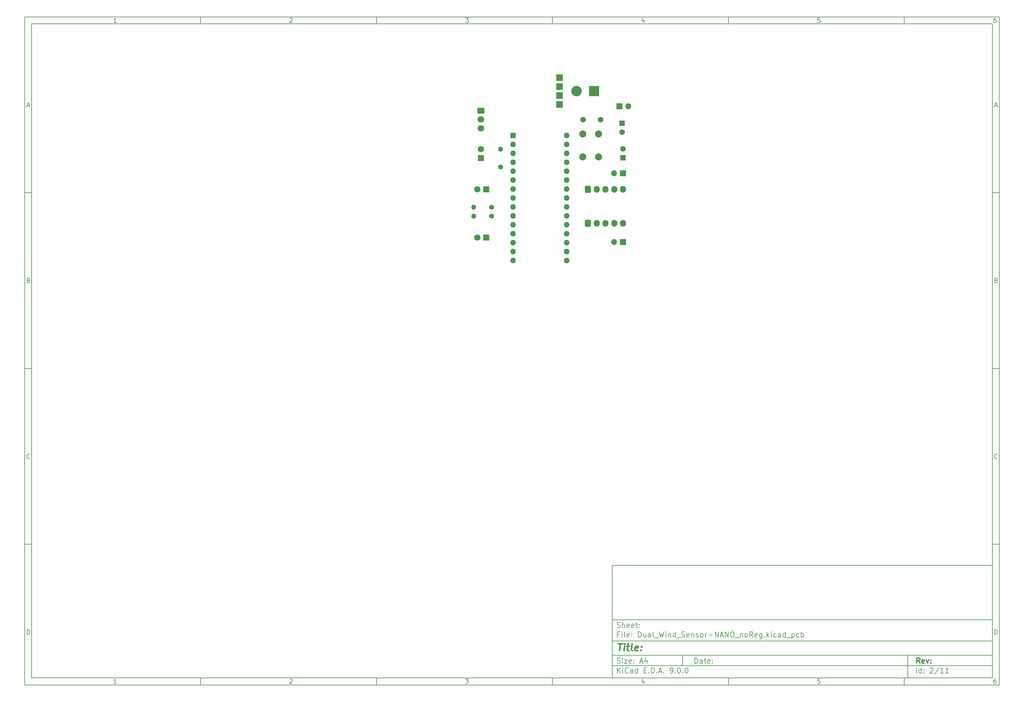
<source format=gbr>
%TF.GenerationSoftware,KiCad,Pcbnew,9.0.0*%
%TF.CreationDate,2025-05-27T12:16:38+03:00*%
%TF.ProjectId,Dual_Wind_Sensor-NANO_noReg,4475616c-5f57-4696-9e64-5f53656e736f,rev?*%
%TF.SameCoordinates,Original*%
%TF.FileFunction,Copper,L2,Inr*%
%TF.FilePolarity,Positive*%
%FSLAX46Y46*%
G04 Gerber Fmt 4.6, Leading zero omitted, Abs format (unit mm)*
G04 Created by KiCad (PCBNEW 9.0.0) date 2025-05-27 12:16:38*
%MOMM*%
%LPD*%
G01*
G04 APERTURE LIST*
G04 Aperture macros list*
%AMRoundRect*
0 Rectangle with rounded corners*
0 $1 Rounding radius*
0 $2 $3 $4 $5 $6 $7 $8 $9 X,Y pos of 4 corners*
0 Add a 4 corners polygon primitive as box body*
4,1,4,$2,$3,$4,$5,$6,$7,$8,$9,$2,$3,0*
0 Add four circle primitives for the rounded corners*
1,1,$1+$1,$2,$3*
1,1,$1+$1,$4,$5*
1,1,$1+$1,$6,$7*
1,1,$1+$1,$8,$9*
0 Add four rect primitives between the rounded corners*
20,1,$1+$1,$2,$3,$4,$5,0*
20,1,$1+$1,$4,$5,$6,$7,0*
20,1,$1+$1,$6,$7,$8,$9,0*
20,1,$1+$1,$8,$9,$2,$3,0*%
G04 Aperture macros list end*
%ADD10C,0.100000*%
%ADD11C,0.150000*%
%ADD12C,0.300000*%
%ADD13C,0.400000*%
%TA.AperFunction,ComponentPad*%
%ADD14R,1.930400X1.930400*%
%TD*%
%TA.AperFunction,ComponentPad*%
%ADD15O,1.700000X1.950000*%
%TD*%
%TA.AperFunction,ComponentPad*%
%ADD16RoundRect,0.250000X-0.600000X-0.725000X0.600000X-0.725000X0.600000X0.725000X-0.600000X0.725000X0*%
%TD*%
%TA.AperFunction,ComponentPad*%
%ADD17O,1.700000X1.700000*%
%TD*%
%TA.AperFunction,ComponentPad*%
%ADD18R,1.700000X1.700000*%
%TD*%
%TA.AperFunction,ComponentPad*%
%ADD19R,3.000000X3.000000*%
%TD*%
%TA.AperFunction,ComponentPad*%
%ADD20C,3.000000*%
%TD*%
%TA.AperFunction,ComponentPad*%
%ADD21C,2.000000*%
%TD*%
%TA.AperFunction,ComponentPad*%
%ADD22O,1.400000X1.400000*%
%TD*%
%TA.AperFunction,ComponentPad*%
%ADD23C,1.400000*%
%TD*%
%TA.AperFunction,ComponentPad*%
%ADD24O,1.600000X1.600000*%
%TD*%
%TA.AperFunction,ComponentPad*%
%ADD25R,1.600000X1.600000*%
%TD*%
%TA.AperFunction,ComponentPad*%
%ADD26R,1.800000X1.800000*%
%TD*%
%TA.AperFunction,ComponentPad*%
%ADD27C,1.800000*%
%TD*%
%TA.AperFunction,ComponentPad*%
%ADD28C,1.600000*%
%TD*%
%TA.AperFunction,ComponentPad*%
%ADD29RoundRect,0.250000X-0.725000X0.600000X-0.725000X-0.600000X0.725000X-0.600000X0.725000X0.600000X0*%
%TD*%
%TA.AperFunction,ComponentPad*%
%ADD30O,1.950000X1.700000*%
%TD*%
G04 APERTURE END LIST*
D10*
D11*
X177002200Y-166007200D02*
X285002200Y-166007200D01*
X285002200Y-198007200D01*
X177002200Y-198007200D01*
X177002200Y-166007200D01*
D10*
D11*
X10000000Y-10000000D02*
X287002200Y-10000000D01*
X287002200Y-200007200D01*
X10000000Y-200007200D01*
X10000000Y-10000000D01*
D10*
D11*
X12000000Y-12000000D02*
X285002200Y-12000000D01*
X285002200Y-198007200D01*
X12000000Y-198007200D01*
X12000000Y-12000000D01*
D10*
D11*
X60000000Y-12000000D02*
X60000000Y-10000000D01*
D10*
D11*
X110000000Y-12000000D02*
X110000000Y-10000000D01*
D10*
D11*
X160000000Y-12000000D02*
X160000000Y-10000000D01*
D10*
D11*
X210000000Y-12000000D02*
X210000000Y-10000000D01*
D10*
D11*
X260000000Y-12000000D02*
X260000000Y-10000000D01*
D10*
D11*
X36089160Y-11593604D02*
X35346303Y-11593604D01*
X35717731Y-11593604D02*
X35717731Y-10293604D01*
X35717731Y-10293604D02*
X35593922Y-10479319D01*
X35593922Y-10479319D02*
X35470112Y-10603128D01*
X35470112Y-10603128D02*
X35346303Y-10665033D01*
D10*
D11*
X85346303Y-10417414D02*
X85408207Y-10355509D01*
X85408207Y-10355509D02*
X85532017Y-10293604D01*
X85532017Y-10293604D02*
X85841541Y-10293604D01*
X85841541Y-10293604D02*
X85965350Y-10355509D01*
X85965350Y-10355509D02*
X86027255Y-10417414D01*
X86027255Y-10417414D02*
X86089160Y-10541223D01*
X86089160Y-10541223D02*
X86089160Y-10665033D01*
X86089160Y-10665033D02*
X86027255Y-10850747D01*
X86027255Y-10850747D02*
X85284398Y-11593604D01*
X85284398Y-11593604D02*
X86089160Y-11593604D01*
D10*
D11*
X135284398Y-10293604D02*
X136089160Y-10293604D01*
X136089160Y-10293604D02*
X135655826Y-10788842D01*
X135655826Y-10788842D02*
X135841541Y-10788842D01*
X135841541Y-10788842D02*
X135965350Y-10850747D01*
X135965350Y-10850747D02*
X136027255Y-10912652D01*
X136027255Y-10912652D02*
X136089160Y-11036461D01*
X136089160Y-11036461D02*
X136089160Y-11345985D01*
X136089160Y-11345985D02*
X136027255Y-11469795D01*
X136027255Y-11469795D02*
X135965350Y-11531700D01*
X135965350Y-11531700D02*
X135841541Y-11593604D01*
X135841541Y-11593604D02*
X135470112Y-11593604D01*
X135470112Y-11593604D02*
X135346303Y-11531700D01*
X135346303Y-11531700D02*
X135284398Y-11469795D01*
D10*
D11*
X185965350Y-10726938D02*
X185965350Y-11593604D01*
X185655826Y-10231700D02*
X185346303Y-11160271D01*
X185346303Y-11160271D02*
X186151064Y-11160271D01*
D10*
D11*
X236027255Y-10293604D02*
X235408207Y-10293604D01*
X235408207Y-10293604D02*
X235346303Y-10912652D01*
X235346303Y-10912652D02*
X235408207Y-10850747D01*
X235408207Y-10850747D02*
X235532017Y-10788842D01*
X235532017Y-10788842D02*
X235841541Y-10788842D01*
X235841541Y-10788842D02*
X235965350Y-10850747D01*
X235965350Y-10850747D02*
X236027255Y-10912652D01*
X236027255Y-10912652D02*
X236089160Y-11036461D01*
X236089160Y-11036461D02*
X236089160Y-11345985D01*
X236089160Y-11345985D02*
X236027255Y-11469795D01*
X236027255Y-11469795D02*
X235965350Y-11531700D01*
X235965350Y-11531700D02*
X235841541Y-11593604D01*
X235841541Y-11593604D02*
X235532017Y-11593604D01*
X235532017Y-11593604D02*
X235408207Y-11531700D01*
X235408207Y-11531700D02*
X235346303Y-11469795D01*
D10*
D11*
X285965350Y-10293604D02*
X285717731Y-10293604D01*
X285717731Y-10293604D02*
X285593922Y-10355509D01*
X285593922Y-10355509D02*
X285532017Y-10417414D01*
X285532017Y-10417414D02*
X285408207Y-10603128D01*
X285408207Y-10603128D02*
X285346303Y-10850747D01*
X285346303Y-10850747D02*
X285346303Y-11345985D01*
X285346303Y-11345985D02*
X285408207Y-11469795D01*
X285408207Y-11469795D02*
X285470112Y-11531700D01*
X285470112Y-11531700D02*
X285593922Y-11593604D01*
X285593922Y-11593604D02*
X285841541Y-11593604D01*
X285841541Y-11593604D02*
X285965350Y-11531700D01*
X285965350Y-11531700D02*
X286027255Y-11469795D01*
X286027255Y-11469795D02*
X286089160Y-11345985D01*
X286089160Y-11345985D02*
X286089160Y-11036461D01*
X286089160Y-11036461D02*
X286027255Y-10912652D01*
X286027255Y-10912652D02*
X285965350Y-10850747D01*
X285965350Y-10850747D02*
X285841541Y-10788842D01*
X285841541Y-10788842D02*
X285593922Y-10788842D01*
X285593922Y-10788842D02*
X285470112Y-10850747D01*
X285470112Y-10850747D02*
X285408207Y-10912652D01*
X285408207Y-10912652D02*
X285346303Y-11036461D01*
D10*
D11*
X60000000Y-198007200D02*
X60000000Y-200007200D01*
D10*
D11*
X110000000Y-198007200D02*
X110000000Y-200007200D01*
D10*
D11*
X160000000Y-198007200D02*
X160000000Y-200007200D01*
D10*
D11*
X210000000Y-198007200D02*
X210000000Y-200007200D01*
D10*
D11*
X260000000Y-198007200D02*
X260000000Y-200007200D01*
D10*
D11*
X36089160Y-199600804D02*
X35346303Y-199600804D01*
X35717731Y-199600804D02*
X35717731Y-198300804D01*
X35717731Y-198300804D02*
X35593922Y-198486519D01*
X35593922Y-198486519D02*
X35470112Y-198610328D01*
X35470112Y-198610328D02*
X35346303Y-198672233D01*
D10*
D11*
X85346303Y-198424614D02*
X85408207Y-198362709D01*
X85408207Y-198362709D02*
X85532017Y-198300804D01*
X85532017Y-198300804D02*
X85841541Y-198300804D01*
X85841541Y-198300804D02*
X85965350Y-198362709D01*
X85965350Y-198362709D02*
X86027255Y-198424614D01*
X86027255Y-198424614D02*
X86089160Y-198548423D01*
X86089160Y-198548423D02*
X86089160Y-198672233D01*
X86089160Y-198672233D02*
X86027255Y-198857947D01*
X86027255Y-198857947D02*
X85284398Y-199600804D01*
X85284398Y-199600804D02*
X86089160Y-199600804D01*
D10*
D11*
X135284398Y-198300804D02*
X136089160Y-198300804D01*
X136089160Y-198300804D02*
X135655826Y-198796042D01*
X135655826Y-198796042D02*
X135841541Y-198796042D01*
X135841541Y-198796042D02*
X135965350Y-198857947D01*
X135965350Y-198857947D02*
X136027255Y-198919852D01*
X136027255Y-198919852D02*
X136089160Y-199043661D01*
X136089160Y-199043661D02*
X136089160Y-199353185D01*
X136089160Y-199353185D02*
X136027255Y-199476995D01*
X136027255Y-199476995D02*
X135965350Y-199538900D01*
X135965350Y-199538900D02*
X135841541Y-199600804D01*
X135841541Y-199600804D02*
X135470112Y-199600804D01*
X135470112Y-199600804D02*
X135346303Y-199538900D01*
X135346303Y-199538900D02*
X135284398Y-199476995D01*
D10*
D11*
X185965350Y-198734138D02*
X185965350Y-199600804D01*
X185655826Y-198238900D02*
X185346303Y-199167471D01*
X185346303Y-199167471D02*
X186151064Y-199167471D01*
D10*
D11*
X236027255Y-198300804D02*
X235408207Y-198300804D01*
X235408207Y-198300804D02*
X235346303Y-198919852D01*
X235346303Y-198919852D02*
X235408207Y-198857947D01*
X235408207Y-198857947D02*
X235532017Y-198796042D01*
X235532017Y-198796042D02*
X235841541Y-198796042D01*
X235841541Y-198796042D02*
X235965350Y-198857947D01*
X235965350Y-198857947D02*
X236027255Y-198919852D01*
X236027255Y-198919852D02*
X236089160Y-199043661D01*
X236089160Y-199043661D02*
X236089160Y-199353185D01*
X236089160Y-199353185D02*
X236027255Y-199476995D01*
X236027255Y-199476995D02*
X235965350Y-199538900D01*
X235965350Y-199538900D02*
X235841541Y-199600804D01*
X235841541Y-199600804D02*
X235532017Y-199600804D01*
X235532017Y-199600804D02*
X235408207Y-199538900D01*
X235408207Y-199538900D02*
X235346303Y-199476995D01*
D10*
D11*
X285965350Y-198300804D02*
X285717731Y-198300804D01*
X285717731Y-198300804D02*
X285593922Y-198362709D01*
X285593922Y-198362709D02*
X285532017Y-198424614D01*
X285532017Y-198424614D02*
X285408207Y-198610328D01*
X285408207Y-198610328D02*
X285346303Y-198857947D01*
X285346303Y-198857947D02*
X285346303Y-199353185D01*
X285346303Y-199353185D02*
X285408207Y-199476995D01*
X285408207Y-199476995D02*
X285470112Y-199538900D01*
X285470112Y-199538900D02*
X285593922Y-199600804D01*
X285593922Y-199600804D02*
X285841541Y-199600804D01*
X285841541Y-199600804D02*
X285965350Y-199538900D01*
X285965350Y-199538900D02*
X286027255Y-199476995D01*
X286027255Y-199476995D02*
X286089160Y-199353185D01*
X286089160Y-199353185D02*
X286089160Y-199043661D01*
X286089160Y-199043661D02*
X286027255Y-198919852D01*
X286027255Y-198919852D02*
X285965350Y-198857947D01*
X285965350Y-198857947D02*
X285841541Y-198796042D01*
X285841541Y-198796042D02*
X285593922Y-198796042D01*
X285593922Y-198796042D02*
X285470112Y-198857947D01*
X285470112Y-198857947D02*
X285408207Y-198919852D01*
X285408207Y-198919852D02*
X285346303Y-199043661D01*
D10*
D11*
X10000000Y-60000000D02*
X12000000Y-60000000D01*
D10*
D11*
X10000000Y-110000000D02*
X12000000Y-110000000D01*
D10*
D11*
X10000000Y-160000000D02*
X12000000Y-160000000D01*
D10*
D11*
X10690476Y-35222176D02*
X11309523Y-35222176D01*
X10566666Y-35593604D02*
X10999999Y-34293604D01*
X10999999Y-34293604D02*
X11433333Y-35593604D01*
D10*
D11*
X11092857Y-84912652D02*
X11278571Y-84974557D01*
X11278571Y-84974557D02*
X11340476Y-85036461D01*
X11340476Y-85036461D02*
X11402380Y-85160271D01*
X11402380Y-85160271D02*
X11402380Y-85345985D01*
X11402380Y-85345985D02*
X11340476Y-85469795D01*
X11340476Y-85469795D02*
X11278571Y-85531700D01*
X11278571Y-85531700D02*
X11154761Y-85593604D01*
X11154761Y-85593604D02*
X10659523Y-85593604D01*
X10659523Y-85593604D02*
X10659523Y-84293604D01*
X10659523Y-84293604D02*
X11092857Y-84293604D01*
X11092857Y-84293604D02*
X11216666Y-84355509D01*
X11216666Y-84355509D02*
X11278571Y-84417414D01*
X11278571Y-84417414D02*
X11340476Y-84541223D01*
X11340476Y-84541223D02*
X11340476Y-84665033D01*
X11340476Y-84665033D02*
X11278571Y-84788842D01*
X11278571Y-84788842D02*
X11216666Y-84850747D01*
X11216666Y-84850747D02*
X11092857Y-84912652D01*
X11092857Y-84912652D02*
X10659523Y-84912652D01*
D10*
D11*
X11402380Y-135469795D02*
X11340476Y-135531700D01*
X11340476Y-135531700D02*
X11154761Y-135593604D01*
X11154761Y-135593604D02*
X11030952Y-135593604D01*
X11030952Y-135593604D02*
X10845238Y-135531700D01*
X10845238Y-135531700D02*
X10721428Y-135407890D01*
X10721428Y-135407890D02*
X10659523Y-135284080D01*
X10659523Y-135284080D02*
X10597619Y-135036461D01*
X10597619Y-135036461D02*
X10597619Y-134850747D01*
X10597619Y-134850747D02*
X10659523Y-134603128D01*
X10659523Y-134603128D02*
X10721428Y-134479319D01*
X10721428Y-134479319D02*
X10845238Y-134355509D01*
X10845238Y-134355509D02*
X11030952Y-134293604D01*
X11030952Y-134293604D02*
X11154761Y-134293604D01*
X11154761Y-134293604D02*
X11340476Y-134355509D01*
X11340476Y-134355509D02*
X11402380Y-134417414D01*
D10*
D11*
X10659523Y-185593604D02*
X10659523Y-184293604D01*
X10659523Y-184293604D02*
X10969047Y-184293604D01*
X10969047Y-184293604D02*
X11154761Y-184355509D01*
X11154761Y-184355509D02*
X11278571Y-184479319D01*
X11278571Y-184479319D02*
X11340476Y-184603128D01*
X11340476Y-184603128D02*
X11402380Y-184850747D01*
X11402380Y-184850747D02*
X11402380Y-185036461D01*
X11402380Y-185036461D02*
X11340476Y-185284080D01*
X11340476Y-185284080D02*
X11278571Y-185407890D01*
X11278571Y-185407890D02*
X11154761Y-185531700D01*
X11154761Y-185531700D02*
X10969047Y-185593604D01*
X10969047Y-185593604D02*
X10659523Y-185593604D01*
D10*
D11*
X287002200Y-60000000D02*
X285002200Y-60000000D01*
D10*
D11*
X287002200Y-110000000D02*
X285002200Y-110000000D01*
D10*
D11*
X287002200Y-160000000D02*
X285002200Y-160000000D01*
D10*
D11*
X285692676Y-35222176D02*
X286311723Y-35222176D01*
X285568866Y-35593604D02*
X286002199Y-34293604D01*
X286002199Y-34293604D02*
X286435533Y-35593604D01*
D10*
D11*
X286095057Y-84912652D02*
X286280771Y-84974557D01*
X286280771Y-84974557D02*
X286342676Y-85036461D01*
X286342676Y-85036461D02*
X286404580Y-85160271D01*
X286404580Y-85160271D02*
X286404580Y-85345985D01*
X286404580Y-85345985D02*
X286342676Y-85469795D01*
X286342676Y-85469795D02*
X286280771Y-85531700D01*
X286280771Y-85531700D02*
X286156961Y-85593604D01*
X286156961Y-85593604D02*
X285661723Y-85593604D01*
X285661723Y-85593604D02*
X285661723Y-84293604D01*
X285661723Y-84293604D02*
X286095057Y-84293604D01*
X286095057Y-84293604D02*
X286218866Y-84355509D01*
X286218866Y-84355509D02*
X286280771Y-84417414D01*
X286280771Y-84417414D02*
X286342676Y-84541223D01*
X286342676Y-84541223D02*
X286342676Y-84665033D01*
X286342676Y-84665033D02*
X286280771Y-84788842D01*
X286280771Y-84788842D02*
X286218866Y-84850747D01*
X286218866Y-84850747D02*
X286095057Y-84912652D01*
X286095057Y-84912652D02*
X285661723Y-84912652D01*
D10*
D11*
X286404580Y-135469795D02*
X286342676Y-135531700D01*
X286342676Y-135531700D02*
X286156961Y-135593604D01*
X286156961Y-135593604D02*
X286033152Y-135593604D01*
X286033152Y-135593604D02*
X285847438Y-135531700D01*
X285847438Y-135531700D02*
X285723628Y-135407890D01*
X285723628Y-135407890D02*
X285661723Y-135284080D01*
X285661723Y-135284080D02*
X285599819Y-135036461D01*
X285599819Y-135036461D02*
X285599819Y-134850747D01*
X285599819Y-134850747D02*
X285661723Y-134603128D01*
X285661723Y-134603128D02*
X285723628Y-134479319D01*
X285723628Y-134479319D02*
X285847438Y-134355509D01*
X285847438Y-134355509D02*
X286033152Y-134293604D01*
X286033152Y-134293604D02*
X286156961Y-134293604D01*
X286156961Y-134293604D02*
X286342676Y-134355509D01*
X286342676Y-134355509D02*
X286404580Y-134417414D01*
D10*
D11*
X285661723Y-185593604D02*
X285661723Y-184293604D01*
X285661723Y-184293604D02*
X285971247Y-184293604D01*
X285971247Y-184293604D02*
X286156961Y-184355509D01*
X286156961Y-184355509D02*
X286280771Y-184479319D01*
X286280771Y-184479319D02*
X286342676Y-184603128D01*
X286342676Y-184603128D02*
X286404580Y-184850747D01*
X286404580Y-184850747D02*
X286404580Y-185036461D01*
X286404580Y-185036461D02*
X286342676Y-185284080D01*
X286342676Y-185284080D02*
X286280771Y-185407890D01*
X286280771Y-185407890D02*
X286156961Y-185531700D01*
X286156961Y-185531700D02*
X285971247Y-185593604D01*
X285971247Y-185593604D02*
X285661723Y-185593604D01*
D10*
D11*
X200458026Y-193793328D02*
X200458026Y-192293328D01*
X200458026Y-192293328D02*
X200815169Y-192293328D01*
X200815169Y-192293328D02*
X201029455Y-192364757D01*
X201029455Y-192364757D02*
X201172312Y-192507614D01*
X201172312Y-192507614D02*
X201243741Y-192650471D01*
X201243741Y-192650471D02*
X201315169Y-192936185D01*
X201315169Y-192936185D02*
X201315169Y-193150471D01*
X201315169Y-193150471D02*
X201243741Y-193436185D01*
X201243741Y-193436185D02*
X201172312Y-193579042D01*
X201172312Y-193579042D02*
X201029455Y-193721900D01*
X201029455Y-193721900D02*
X200815169Y-193793328D01*
X200815169Y-193793328D02*
X200458026Y-193793328D01*
X202600884Y-193793328D02*
X202600884Y-193007614D01*
X202600884Y-193007614D02*
X202529455Y-192864757D01*
X202529455Y-192864757D02*
X202386598Y-192793328D01*
X202386598Y-192793328D02*
X202100884Y-192793328D01*
X202100884Y-192793328D02*
X201958026Y-192864757D01*
X202600884Y-193721900D02*
X202458026Y-193793328D01*
X202458026Y-193793328D02*
X202100884Y-193793328D01*
X202100884Y-193793328D02*
X201958026Y-193721900D01*
X201958026Y-193721900D02*
X201886598Y-193579042D01*
X201886598Y-193579042D02*
X201886598Y-193436185D01*
X201886598Y-193436185D02*
X201958026Y-193293328D01*
X201958026Y-193293328D02*
X202100884Y-193221900D01*
X202100884Y-193221900D02*
X202458026Y-193221900D01*
X202458026Y-193221900D02*
X202600884Y-193150471D01*
X203100884Y-192793328D02*
X203672312Y-192793328D01*
X203315169Y-192293328D02*
X203315169Y-193579042D01*
X203315169Y-193579042D02*
X203386598Y-193721900D01*
X203386598Y-193721900D02*
X203529455Y-193793328D01*
X203529455Y-193793328D02*
X203672312Y-193793328D01*
X204743741Y-193721900D02*
X204600884Y-193793328D01*
X204600884Y-193793328D02*
X204315170Y-193793328D01*
X204315170Y-193793328D02*
X204172312Y-193721900D01*
X204172312Y-193721900D02*
X204100884Y-193579042D01*
X204100884Y-193579042D02*
X204100884Y-193007614D01*
X204100884Y-193007614D02*
X204172312Y-192864757D01*
X204172312Y-192864757D02*
X204315170Y-192793328D01*
X204315170Y-192793328D02*
X204600884Y-192793328D01*
X204600884Y-192793328D02*
X204743741Y-192864757D01*
X204743741Y-192864757D02*
X204815170Y-193007614D01*
X204815170Y-193007614D02*
X204815170Y-193150471D01*
X204815170Y-193150471D02*
X204100884Y-193293328D01*
X205458026Y-193650471D02*
X205529455Y-193721900D01*
X205529455Y-193721900D02*
X205458026Y-193793328D01*
X205458026Y-193793328D02*
X205386598Y-193721900D01*
X205386598Y-193721900D02*
X205458026Y-193650471D01*
X205458026Y-193650471D02*
X205458026Y-193793328D01*
X205458026Y-192864757D02*
X205529455Y-192936185D01*
X205529455Y-192936185D02*
X205458026Y-193007614D01*
X205458026Y-193007614D02*
X205386598Y-192936185D01*
X205386598Y-192936185D02*
X205458026Y-192864757D01*
X205458026Y-192864757D02*
X205458026Y-193007614D01*
D10*
D11*
X177002200Y-194507200D02*
X285002200Y-194507200D01*
D10*
D11*
X178458026Y-196593328D02*
X178458026Y-195093328D01*
X179315169Y-196593328D02*
X178672312Y-195736185D01*
X179315169Y-195093328D02*
X178458026Y-195950471D01*
X179958026Y-196593328D02*
X179958026Y-195593328D01*
X179958026Y-195093328D02*
X179886598Y-195164757D01*
X179886598Y-195164757D02*
X179958026Y-195236185D01*
X179958026Y-195236185D02*
X180029455Y-195164757D01*
X180029455Y-195164757D02*
X179958026Y-195093328D01*
X179958026Y-195093328D02*
X179958026Y-195236185D01*
X181529455Y-196450471D02*
X181458027Y-196521900D01*
X181458027Y-196521900D02*
X181243741Y-196593328D01*
X181243741Y-196593328D02*
X181100884Y-196593328D01*
X181100884Y-196593328D02*
X180886598Y-196521900D01*
X180886598Y-196521900D02*
X180743741Y-196379042D01*
X180743741Y-196379042D02*
X180672312Y-196236185D01*
X180672312Y-196236185D02*
X180600884Y-195950471D01*
X180600884Y-195950471D02*
X180600884Y-195736185D01*
X180600884Y-195736185D02*
X180672312Y-195450471D01*
X180672312Y-195450471D02*
X180743741Y-195307614D01*
X180743741Y-195307614D02*
X180886598Y-195164757D01*
X180886598Y-195164757D02*
X181100884Y-195093328D01*
X181100884Y-195093328D02*
X181243741Y-195093328D01*
X181243741Y-195093328D02*
X181458027Y-195164757D01*
X181458027Y-195164757D02*
X181529455Y-195236185D01*
X182815170Y-196593328D02*
X182815170Y-195807614D01*
X182815170Y-195807614D02*
X182743741Y-195664757D01*
X182743741Y-195664757D02*
X182600884Y-195593328D01*
X182600884Y-195593328D02*
X182315170Y-195593328D01*
X182315170Y-195593328D02*
X182172312Y-195664757D01*
X182815170Y-196521900D02*
X182672312Y-196593328D01*
X182672312Y-196593328D02*
X182315170Y-196593328D01*
X182315170Y-196593328D02*
X182172312Y-196521900D01*
X182172312Y-196521900D02*
X182100884Y-196379042D01*
X182100884Y-196379042D02*
X182100884Y-196236185D01*
X182100884Y-196236185D02*
X182172312Y-196093328D01*
X182172312Y-196093328D02*
X182315170Y-196021900D01*
X182315170Y-196021900D02*
X182672312Y-196021900D01*
X182672312Y-196021900D02*
X182815170Y-195950471D01*
X184172313Y-196593328D02*
X184172313Y-195093328D01*
X184172313Y-196521900D02*
X184029455Y-196593328D01*
X184029455Y-196593328D02*
X183743741Y-196593328D01*
X183743741Y-196593328D02*
X183600884Y-196521900D01*
X183600884Y-196521900D02*
X183529455Y-196450471D01*
X183529455Y-196450471D02*
X183458027Y-196307614D01*
X183458027Y-196307614D02*
X183458027Y-195879042D01*
X183458027Y-195879042D02*
X183529455Y-195736185D01*
X183529455Y-195736185D02*
X183600884Y-195664757D01*
X183600884Y-195664757D02*
X183743741Y-195593328D01*
X183743741Y-195593328D02*
X184029455Y-195593328D01*
X184029455Y-195593328D02*
X184172313Y-195664757D01*
X186029455Y-195807614D02*
X186529455Y-195807614D01*
X186743741Y-196593328D02*
X186029455Y-196593328D01*
X186029455Y-196593328D02*
X186029455Y-195093328D01*
X186029455Y-195093328D02*
X186743741Y-195093328D01*
X187386598Y-196450471D02*
X187458027Y-196521900D01*
X187458027Y-196521900D02*
X187386598Y-196593328D01*
X187386598Y-196593328D02*
X187315170Y-196521900D01*
X187315170Y-196521900D02*
X187386598Y-196450471D01*
X187386598Y-196450471D02*
X187386598Y-196593328D01*
X188100884Y-196593328D02*
X188100884Y-195093328D01*
X188100884Y-195093328D02*
X188458027Y-195093328D01*
X188458027Y-195093328D02*
X188672313Y-195164757D01*
X188672313Y-195164757D02*
X188815170Y-195307614D01*
X188815170Y-195307614D02*
X188886599Y-195450471D01*
X188886599Y-195450471D02*
X188958027Y-195736185D01*
X188958027Y-195736185D02*
X188958027Y-195950471D01*
X188958027Y-195950471D02*
X188886599Y-196236185D01*
X188886599Y-196236185D02*
X188815170Y-196379042D01*
X188815170Y-196379042D02*
X188672313Y-196521900D01*
X188672313Y-196521900D02*
X188458027Y-196593328D01*
X188458027Y-196593328D02*
X188100884Y-196593328D01*
X189600884Y-196450471D02*
X189672313Y-196521900D01*
X189672313Y-196521900D02*
X189600884Y-196593328D01*
X189600884Y-196593328D02*
X189529456Y-196521900D01*
X189529456Y-196521900D02*
X189600884Y-196450471D01*
X189600884Y-196450471D02*
X189600884Y-196593328D01*
X190243742Y-196164757D02*
X190958028Y-196164757D01*
X190100885Y-196593328D02*
X190600885Y-195093328D01*
X190600885Y-195093328D02*
X191100885Y-196593328D01*
X191600884Y-196450471D02*
X191672313Y-196521900D01*
X191672313Y-196521900D02*
X191600884Y-196593328D01*
X191600884Y-196593328D02*
X191529456Y-196521900D01*
X191529456Y-196521900D02*
X191600884Y-196450471D01*
X191600884Y-196450471D02*
X191600884Y-196593328D01*
X193529456Y-196593328D02*
X193815170Y-196593328D01*
X193815170Y-196593328D02*
X193958027Y-196521900D01*
X193958027Y-196521900D02*
X194029456Y-196450471D01*
X194029456Y-196450471D02*
X194172313Y-196236185D01*
X194172313Y-196236185D02*
X194243742Y-195950471D01*
X194243742Y-195950471D02*
X194243742Y-195379042D01*
X194243742Y-195379042D02*
X194172313Y-195236185D01*
X194172313Y-195236185D02*
X194100885Y-195164757D01*
X194100885Y-195164757D02*
X193958027Y-195093328D01*
X193958027Y-195093328D02*
X193672313Y-195093328D01*
X193672313Y-195093328D02*
X193529456Y-195164757D01*
X193529456Y-195164757D02*
X193458027Y-195236185D01*
X193458027Y-195236185D02*
X193386599Y-195379042D01*
X193386599Y-195379042D02*
X193386599Y-195736185D01*
X193386599Y-195736185D02*
X193458027Y-195879042D01*
X193458027Y-195879042D02*
X193529456Y-195950471D01*
X193529456Y-195950471D02*
X193672313Y-196021900D01*
X193672313Y-196021900D02*
X193958027Y-196021900D01*
X193958027Y-196021900D02*
X194100885Y-195950471D01*
X194100885Y-195950471D02*
X194172313Y-195879042D01*
X194172313Y-195879042D02*
X194243742Y-195736185D01*
X194886598Y-196450471D02*
X194958027Y-196521900D01*
X194958027Y-196521900D02*
X194886598Y-196593328D01*
X194886598Y-196593328D02*
X194815170Y-196521900D01*
X194815170Y-196521900D02*
X194886598Y-196450471D01*
X194886598Y-196450471D02*
X194886598Y-196593328D01*
X195886599Y-195093328D02*
X196029456Y-195093328D01*
X196029456Y-195093328D02*
X196172313Y-195164757D01*
X196172313Y-195164757D02*
X196243742Y-195236185D01*
X196243742Y-195236185D02*
X196315170Y-195379042D01*
X196315170Y-195379042D02*
X196386599Y-195664757D01*
X196386599Y-195664757D02*
X196386599Y-196021900D01*
X196386599Y-196021900D02*
X196315170Y-196307614D01*
X196315170Y-196307614D02*
X196243742Y-196450471D01*
X196243742Y-196450471D02*
X196172313Y-196521900D01*
X196172313Y-196521900D02*
X196029456Y-196593328D01*
X196029456Y-196593328D02*
X195886599Y-196593328D01*
X195886599Y-196593328D02*
X195743742Y-196521900D01*
X195743742Y-196521900D02*
X195672313Y-196450471D01*
X195672313Y-196450471D02*
X195600884Y-196307614D01*
X195600884Y-196307614D02*
X195529456Y-196021900D01*
X195529456Y-196021900D02*
X195529456Y-195664757D01*
X195529456Y-195664757D02*
X195600884Y-195379042D01*
X195600884Y-195379042D02*
X195672313Y-195236185D01*
X195672313Y-195236185D02*
X195743742Y-195164757D01*
X195743742Y-195164757D02*
X195886599Y-195093328D01*
X197029455Y-196450471D02*
X197100884Y-196521900D01*
X197100884Y-196521900D02*
X197029455Y-196593328D01*
X197029455Y-196593328D02*
X196958027Y-196521900D01*
X196958027Y-196521900D02*
X197029455Y-196450471D01*
X197029455Y-196450471D02*
X197029455Y-196593328D01*
X198029456Y-195093328D02*
X198172313Y-195093328D01*
X198172313Y-195093328D02*
X198315170Y-195164757D01*
X198315170Y-195164757D02*
X198386599Y-195236185D01*
X198386599Y-195236185D02*
X198458027Y-195379042D01*
X198458027Y-195379042D02*
X198529456Y-195664757D01*
X198529456Y-195664757D02*
X198529456Y-196021900D01*
X198529456Y-196021900D02*
X198458027Y-196307614D01*
X198458027Y-196307614D02*
X198386599Y-196450471D01*
X198386599Y-196450471D02*
X198315170Y-196521900D01*
X198315170Y-196521900D02*
X198172313Y-196593328D01*
X198172313Y-196593328D02*
X198029456Y-196593328D01*
X198029456Y-196593328D02*
X197886599Y-196521900D01*
X197886599Y-196521900D02*
X197815170Y-196450471D01*
X197815170Y-196450471D02*
X197743741Y-196307614D01*
X197743741Y-196307614D02*
X197672313Y-196021900D01*
X197672313Y-196021900D02*
X197672313Y-195664757D01*
X197672313Y-195664757D02*
X197743741Y-195379042D01*
X197743741Y-195379042D02*
X197815170Y-195236185D01*
X197815170Y-195236185D02*
X197886599Y-195164757D01*
X197886599Y-195164757D02*
X198029456Y-195093328D01*
D10*
D11*
X177002200Y-191507200D02*
X285002200Y-191507200D01*
D10*
D12*
X264413853Y-193785528D02*
X263913853Y-193071242D01*
X263556710Y-193785528D02*
X263556710Y-192285528D01*
X263556710Y-192285528D02*
X264128139Y-192285528D01*
X264128139Y-192285528D02*
X264270996Y-192356957D01*
X264270996Y-192356957D02*
X264342425Y-192428385D01*
X264342425Y-192428385D02*
X264413853Y-192571242D01*
X264413853Y-192571242D02*
X264413853Y-192785528D01*
X264413853Y-192785528D02*
X264342425Y-192928385D01*
X264342425Y-192928385D02*
X264270996Y-192999814D01*
X264270996Y-192999814D02*
X264128139Y-193071242D01*
X264128139Y-193071242D02*
X263556710Y-193071242D01*
X265628139Y-193714100D02*
X265485282Y-193785528D01*
X265485282Y-193785528D02*
X265199568Y-193785528D01*
X265199568Y-193785528D02*
X265056710Y-193714100D01*
X265056710Y-193714100D02*
X264985282Y-193571242D01*
X264985282Y-193571242D02*
X264985282Y-192999814D01*
X264985282Y-192999814D02*
X265056710Y-192856957D01*
X265056710Y-192856957D02*
X265199568Y-192785528D01*
X265199568Y-192785528D02*
X265485282Y-192785528D01*
X265485282Y-192785528D02*
X265628139Y-192856957D01*
X265628139Y-192856957D02*
X265699568Y-192999814D01*
X265699568Y-192999814D02*
X265699568Y-193142671D01*
X265699568Y-193142671D02*
X264985282Y-193285528D01*
X266199567Y-192785528D02*
X266556710Y-193785528D01*
X266556710Y-193785528D02*
X266913853Y-192785528D01*
X267485281Y-193642671D02*
X267556710Y-193714100D01*
X267556710Y-193714100D02*
X267485281Y-193785528D01*
X267485281Y-193785528D02*
X267413853Y-193714100D01*
X267413853Y-193714100D02*
X267485281Y-193642671D01*
X267485281Y-193642671D02*
X267485281Y-193785528D01*
X267485281Y-192856957D02*
X267556710Y-192928385D01*
X267556710Y-192928385D02*
X267485281Y-192999814D01*
X267485281Y-192999814D02*
X267413853Y-192928385D01*
X267413853Y-192928385D02*
X267485281Y-192856957D01*
X267485281Y-192856957D02*
X267485281Y-192999814D01*
D10*
D11*
X178386598Y-193721900D02*
X178600884Y-193793328D01*
X178600884Y-193793328D02*
X178958026Y-193793328D01*
X178958026Y-193793328D02*
X179100884Y-193721900D01*
X179100884Y-193721900D02*
X179172312Y-193650471D01*
X179172312Y-193650471D02*
X179243741Y-193507614D01*
X179243741Y-193507614D02*
X179243741Y-193364757D01*
X179243741Y-193364757D02*
X179172312Y-193221900D01*
X179172312Y-193221900D02*
X179100884Y-193150471D01*
X179100884Y-193150471D02*
X178958026Y-193079042D01*
X178958026Y-193079042D02*
X178672312Y-193007614D01*
X178672312Y-193007614D02*
X178529455Y-192936185D01*
X178529455Y-192936185D02*
X178458026Y-192864757D01*
X178458026Y-192864757D02*
X178386598Y-192721900D01*
X178386598Y-192721900D02*
X178386598Y-192579042D01*
X178386598Y-192579042D02*
X178458026Y-192436185D01*
X178458026Y-192436185D02*
X178529455Y-192364757D01*
X178529455Y-192364757D02*
X178672312Y-192293328D01*
X178672312Y-192293328D02*
X179029455Y-192293328D01*
X179029455Y-192293328D02*
X179243741Y-192364757D01*
X179886597Y-193793328D02*
X179886597Y-192793328D01*
X179886597Y-192293328D02*
X179815169Y-192364757D01*
X179815169Y-192364757D02*
X179886597Y-192436185D01*
X179886597Y-192436185D02*
X179958026Y-192364757D01*
X179958026Y-192364757D02*
X179886597Y-192293328D01*
X179886597Y-192293328D02*
X179886597Y-192436185D01*
X180458026Y-192793328D02*
X181243741Y-192793328D01*
X181243741Y-192793328D02*
X180458026Y-193793328D01*
X180458026Y-193793328D02*
X181243741Y-193793328D01*
X182386598Y-193721900D02*
X182243741Y-193793328D01*
X182243741Y-193793328D02*
X181958027Y-193793328D01*
X181958027Y-193793328D02*
X181815169Y-193721900D01*
X181815169Y-193721900D02*
X181743741Y-193579042D01*
X181743741Y-193579042D02*
X181743741Y-193007614D01*
X181743741Y-193007614D02*
X181815169Y-192864757D01*
X181815169Y-192864757D02*
X181958027Y-192793328D01*
X181958027Y-192793328D02*
X182243741Y-192793328D01*
X182243741Y-192793328D02*
X182386598Y-192864757D01*
X182386598Y-192864757D02*
X182458027Y-193007614D01*
X182458027Y-193007614D02*
X182458027Y-193150471D01*
X182458027Y-193150471D02*
X181743741Y-193293328D01*
X183100883Y-193650471D02*
X183172312Y-193721900D01*
X183172312Y-193721900D02*
X183100883Y-193793328D01*
X183100883Y-193793328D02*
X183029455Y-193721900D01*
X183029455Y-193721900D02*
X183100883Y-193650471D01*
X183100883Y-193650471D02*
X183100883Y-193793328D01*
X183100883Y-192864757D02*
X183172312Y-192936185D01*
X183172312Y-192936185D02*
X183100883Y-193007614D01*
X183100883Y-193007614D02*
X183029455Y-192936185D01*
X183029455Y-192936185D02*
X183100883Y-192864757D01*
X183100883Y-192864757D02*
X183100883Y-193007614D01*
X184886598Y-193364757D02*
X185600884Y-193364757D01*
X184743741Y-193793328D02*
X185243741Y-192293328D01*
X185243741Y-192293328D02*
X185743741Y-193793328D01*
X186886598Y-192793328D02*
X186886598Y-193793328D01*
X186529455Y-192221900D02*
X186172312Y-193293328D01*
X186172312Y-193293328D02*
X187100883Y-193293328D01*
D10*
D11*
X263458026Y-196593328D02*
X263458026Y-195093328D01*
X264815170Y-196593328D02*
X264815170Y-195093328D01*
X264815170Y-196521900D02*
X264672312Y-196593328D01*
X264672312Y-196593328D02*
X264386598Y-196593328D01*
X264386598Y-196593328D02*
X264243741Y-196521900D01*
X264243741Y-196521900D02*
X264172312Y-196450471D01*
X264172312Y-196450471D02*
X264100884Y-196307614D01*
X264100884Y-196307614D02*
X264100884Y-195879042D01*
X264100884Y-195879042D02*
X264172312Y-195736185D01*
X264172312Y-195736185D02*
X264243741Y-195664757D01*
X264243741Y-195664757D02*
X264386598Y-195593328D01*
X264386598Y-195593328D02*
X264672312Y-195593328D01*
X264672312Y-195593328D02*
X264815170Y-195664757D01*
X265529455Y-196450471D02*
X265600884Y-196521900D01*
X265600884Y-196521900D02*
X265529455Y-196593328D01*
X265529455Y-196593328D02*
X265458027Y-196521900D01*
X265458027Y-196521900D02*
X265529455Y-196450471D01*
X265529455Y-196450471D02*
X265529455Y-196593328D01*
X265529455Y-195664757D02*
X265600884Y-195736185D01*
X265600884Y-195736185D02*
X265529455Y-195807614D01*
X265529455Y-195807614D02*
X265458027Y-195736185D01*
X265458027Y-195736185D02*
X265529455Y-195664757D01*
X265529455Y-195664757D02*
X265529455Y-195807614D01*
X267315170Y-195236185D02*
X267386598Y-195164757D01*
X267386598Y-195164757D02*
X267529456Y-195093328D01*
X267529456Y-195093328D02*
X267886598Y-195093328D01*
X267886598Y-195093328D02*
X268029456Y-195164757D01*
X268029456Y-195164757D02*
X268100884Y-195236185D01*
X268100884Y-195236185D02*
X268172313Y-195379042D01*
X268172313Y-195379042D02*
X268172313Y-195521900D01*
X268172313Y-195521900D02*
X268100884Y-195736185D01*
X268100884Y-195736185D02*
X267243741Y-196593328D01*
X267243741Y-196593328D02*
X268172313Y-196593328D01*
X269886598Y-195021900D02*
X268600884Y-196950471D01*
X271172313Y-196593328D02*
X270315170Y-196593328D01*
X270743741Y-196593328D02*
X270743741Y-195093328D01*
X270743741Y-195093328D02*
X270600884Y-195307614D01*
X270600884Y-195307614D02*
X270458027Y-195450471D01*
X270458027Y-195450471D02*
X270315170Y-195521900D01*
X272600884Y-196593328D02*
X271743741Y-196593328D01*
X272172312Y-196593328D02*
X272172312Y-195093328D01*
X272172312Y-195093328D02*
X272029455Y-195307614D01*
X272029455Y-195307614D02*
X271886598Y-195450471D01*
X271886598Y-195450471D02*
X271743741Y-195521900D01*
D10*
D11*
X177002200Y-187507200D02*
X285002200Y-187507200D01*
D10*
D13*
X178693928Y-188211638D02*
X179836785Y-188211638D01*
X179015357Y-190211638D02*
X179265357Y-188211638D01*
X180253452Y-190211638D02*
X180420119Y-188878304D01*
X180503452Y-188211638D02*
X180396309Y-188306876D01*
X180396309Y-188306876D02*
X180479643Y-188402114D01*
X180479643Y-188402114D02*
X180586786Y-188306876D01*
X180586786Y-188306876D02*
X180503452Y-188211638D01*
X180503452Y-188211638D02*
X180479643Y-188402114D01*
X181086786Y-188878304D02*
X181848690Y-188878304D01*
X181455833Y-188211638D02*
X181241548Y-189925923D01*
X181241548Y-189925923D02*
X181312976Y-190116400D01*
X181312976Y-190116400D02*
X181491548Y-190211638D01*
X181491548Y-190211638D02*
X181682024Y-190211638D01*
X182634405Y-190211638D02*
X182455833Y-190116400D01*
X182455833Y-190116400D02*
X182384405Y-189925923D01*
X182384405Y-189925923D02*
X182598690Y-188211638D01*
X184170119Y-190116400D02*
X183967738Y-190211638D01*
X183967738Y-190211638D02*
X183586785Y-190211638D01*
X183586785Y-190211638D02*
X183408214Y-190116400D01*
X183408214Y-190116400D02*
X183336785Y-189925923D01*
X183336785Y-189925923D02*
X183432024Y-189164019D01*
X183432024Y-189164019D02*
X183551071Y-188973542D01*
X183551071Y-188973542D02*
X183753452Y-188878304D01*
X183753452Y-188878304D02*
X184134404Y-188878304D01*
X184134404Y-188878304D02*
X184312976Y-188973542D01*
X184312976Y-188973542D02*
X184384404Y-189164019D01*
X184384404Y-189164019D02*
X184360595Y-189354495D01*
X184360595Y-189354495D02*
X183384404Y-189544971D01*
X185134405Y-190021161D02*
X185217738Y-190116400D01*
X185217738Y-190116400D02*
X185110595Y-190211638D01*
X185110595Y-190211638D02*
X185027262Y-190116400D01*
X185027262Y-190116400D02*
X185134405Y-190021161D01*
X185134405Y-190021161D02*
X185110595Y-190211638D01*
X185265357Y-188973542D02*
X185348690Y-189068780D01*
X185348690Y-189068780D02*
X185241548Y-189164019D01*
X185241548Y-189164019D02*
X185158214Y-189068780D01*
X185158214Y-189068780D02*
X185265357Y-188973542D01*
X185265357Y-188973542D02*
X185241548Y-189164019D01*
D10*
D11*
X178958026Y-185607614D02*
X178458026Y-185607614D01*
X178458026Y-186393328D02*
X178458026Y-184893328D01*
X178458026Y-184893328D02*
X179172312Y-184893328D01*
X179743740Y-186393328D02*
X179743740Y-185393328D01*
X179743740Y-184893328D02*
X179672312Y-184964757D01*
X179672312Y-184964757D02*
X179743740Y-185036185D01*
X179743740Y-185036185D02*
X179815169Y-184964757D01*
X179815169Y-184964757D02*
X179743740Y-184893328D01*
X179743740Y-184893328D02*
X179743740Y-185036185D01*
X180672312Y-186393328D02*
X180529455Y-186321900D01*
X180529455Y-186321900D02*
X180458026Y-186179042D01*
X180458026Y-186179042D02*
X180458026Y-184893328D01*
X181815169Y-186321900D02*
X181672312Y-186393328D01*
X181672312Y-186393328D02*
X181386598Y-186393328D01*
X181386598Y-186393328D02*
X181243740Y-186321900D01*
X181243740Y-186321900D02*
X181172312Y-186179042D01*
X181172312Y-186179042D02*
X181172312Y-185607614D01*
X181172312Y-185607614D02*
X181243740Y-185464757D01*
X181243740Y-185464757D02*
X181386598Y-185393328D01*
X181386598Y-185393328D02*
X181672312Y-185393328D01*
X181672312Y-185393328D02*
X181815169Y-185464757D01*
X181815169Y-185464757D02*
X181886598Y-185607614D01*
X181886598Y-185607614D02*
X181886598Y-185750471D01*
X181886598Y-185750471D02*
X181172312Y-185893328D01*
X182529454Y-186250471D02*
X182600883Y-186321900D01*
X182600883Y-186321900D02*
X182529454Y-186393328D01*
X182529454Y-186393328D02*
X182458026Y-186321900D01*
X182458026Y-186321900D02*
X182529454Y-186250471D01*
X182529454Y-186250471D02*
X182529454Y-186393328D01*
X182529454Y-185464757D02*
X182600883Y-185536185D01*
X182600883Y-185536185D02*
X182529454Y-185607614D01*
X182529454Y-185607614D02*
X182458026Y-185536185D01*
X182458026Y-185536185D02*
X182529454Y-185464757D01*
X182529454Y-185464757D02*
X182529454Y-185607614D01*
X184386597Y-186393328D02*
X184386597Y-184893328D01*
X184386597Y-184893328D02*
X184743740Y-184893328D01*
X184743740Y-184893328D02*
X184958026Y-184964757D01*
X184958026Y-184964757D02*
X185100883Y-185107614D01*
X185100883Y-185107614D02*
X185172312Y-185250471D01*
X185172312Y-185250471D02*
X185243740Y-185536185D01*
X185243740Y-185536185D02*
X185243740Y-185750471D01*
X185243740Y-185750471D02*
X185172312Y-186036185D01*
X185172312Y-186036185D02*
X185100883Y-186179042D01*
X185100883Y-186179042D02*
X184958026Y-186321900D01*
X184958026Y-186321900D02*
X184743740Y-186393328D01*
X184743740Y-186393328D02*
X184386597Y-186393328D01*
X186529455Y-185393328D02*
X186529455Y-186393328D01*
X185886597Y-185393328D02*
X185886597Y-186179042D01*
X185886597Y-186179042D02*
X185958026Y-186321900D01*
X185958026Y-186321900D02*
X186100883Y-186393328D01*
X186100883Y-186393328D02*
X186315169Y-186393328D01*
X186315169Y-186393328D02*
X186458026Y-186321900D01*
X186458026Y-186321900D02*
X186529455Y-186250471D01*
X187886598Y-186393328D02*
X187886598Y-185607614D01*
X187886598Y-185607614D02*
X187815169Y-185464757D01*
X187815169Y-185464757D02*
X187672312Y-185393328D01*
X187672312Y-185393328D02*
X187386598Y-185393328D01*
X187386598Y-185393328D02*
X187243740Y-185464757D01*
X187886598Y-186321900D02*
X187743740Y-186393328D01*
X187743740Y-186393328D02*
X187386598Y-186393328D01*
X187386598Y-186393328D02*
X187243740Y-186321900D01*
X187243740Y-186321900D02*
X187172312Y-186179042D01*
X187172312Y-186179042D02*
X187172312Y-186036185D01*
X187172312Y-186036185D02*
X187243740Y-185893328D01*
X187243740Y-185893328D02*
X187386598Y-185821900D01*
X187386598Y-185821900D02*
X187743740Y-185821900D01*
X187743740Y-185821900D02*
X187886598Y-185750471D01*
X188815169Y-186393328D02*
X188672312Y-186321900D01*
X188672312Y-186321900D02*
X188600883Y-186179042D01*
X188600883Y-186179042D02*
X188600883Y-184893328D01*
X189029455Y-186536185D02*
X190172312Y-186536185D01*
X190386597Y-184893328D02*
X190743740Y-186393328D01*
X190743740Y-186393328D02*
X191029454Y-185321900D01*
X191029454Y-185321900D02*
X191315169Y-186393328D01*
X191315169Y-186393328D02*
X191672312Y-184893328D01*
X192243740Y-186393328D02*
X192243740Y-185393328D01*
X192243740Y-184893328D02*
X192172312Y-184964757D01*
X192172312Y-184964757D02*
X192243740Y-185036185D01*
X192243740Y-185036185D02*
X192315169Y-184964757D01*
X192315169Y-184964757D02*
X192243740Y-184893328D01*
X192243740Y-184893328D02*
X192243740Y-185036185D01*
X192958026Y-185393328D02*
X192958026Y-186393328D01*
X192958026Y-185536185D02*
X193029455Y-185464757D01*
X193029455Y-185464757D02*
X193172312Y-185393328D01*
X193172312Y-185393328D02*
X193386598Y-185393328D01*
X193386598Y-185393328D02*
X193529455Y-185464757D01*
X193529455Y-185464757D02*
X193600884Y-185607614D01*
X193600884Y-185607614D02*
X193600884Y-186393328D01*
X194958027Y-186393328D02*
X194958027Y-184893328D01*
X194958027Y-186321900D02*
X194815169Y-186393328D01*
X194815169Y-186393328D02*
X194529455Y-186393328D01*
X194529455Y-186393328D02*
X194386598Y-186321900D01*
X194386598Y-186321900D02*
X194315169Y-186250471D01*
X194315169Y-186250471D02*
X194243741Y-186107614D01*
X194243741Y-186107614D02*
X194243741Y-185679042D01*
X194243741Y-185679042D02*
X194315169Y-185536185D01*
X194315169Y-185536185D02*
X194386598Y-185464757D01*
X194386598Y-185464757D02*
X194529455Y-185393328D01*
X194529455Y-185393328D02*
X194815169Y-185393328D01*
X194815169Y-185393328D02*
X194958027Y-185464757D01*
X195315170Y-186536185D02*
X196458027Y-186536185D01*
X196743741Y-186321900D02*
X196958027Y-186393328D01*
X196958027Y-186393328D02*
X197315169Y-186393328D01*
X197315169Y-186393328D02*
X197458027Y-186321900D01*
X197458027Y-186321900D02*
X197529455Y-186250471D01*
X197529455Y-186250471D02*
X197600884Y-186107614D01*
X197600884Y-186107614D02*
X197600884Y-185964757D01*
X197600884Y-185964757D02*
X197529455Y-185821900D01*
X197529455Y-185821900D02*
X197458027Y-185750471D01*
X197458027Y-185750471D02*
X197315169Y-185679042D01*
X197315169Y-185679042D02*
X197029455Y-185607614D01*
X197029455Y-185607614D02*
X196886598Y-185536185D01*
X196886598Y-185536185D02*
X196815169Y-185464757D01*
X196815169Y-185464757D02*
X196743741Y-185321900D01*
X196743741Y-185321900D02*
X196743741Y-185179042D01*
X196743741Y-185179042D02*
X196815169Y-185036185D01*
X196815169Y-185036185D02*
X196886598Y-184964757D01*
X196886598Y-184964757D02*
X197029455Y-184893328D01*
X197029455Y-184893328D02*
X197386598Y-184893328D01*
X197386598Y-184893328D02*
X197600884Y-184964757D01*
X198815169Y-186321900D02*
X198672312Y-186393328D01*
X198672312Y-186393328D02*
X198386598Y-186393328D01*
X198386598Y-186393328D02*
X198243740Y-186321900D01*
X198243740Y-186321900D02*
X198172312Y-186179042D01*
X198172312Y-186179042D02*
X198172312Y-185607614D01*
X198172312Y-185607614D02*
X198243740Y-185464757D01*
X198243740Y-185464757D02*
X198386598Y-185393328D01*
X198386598Y-185393328D02*
X198672312Y-185393328D01*
X198672312Y-185393328D02*
X198815169Y-185464757D01*
X198815169Y-185464757D02*
X198886598Y-185607614D01*
X198886598Y-185607614D02*
X198886598Y-185750471D01*
X198886598Y-185750471D02*
X198172312Y-185893328D01*
X199529454Y-185393328D02*
X199529454Y-186393328D01*
X199529454Y-185536185D02*
X199600883Y-185464757D01*
X199600883Y-185464757D02*
X199743740Y-185393328D01*
X199743740Y-185393328D02*
X199958026Y-185393328D01*
X199958026Y-185393328D02*
X200100883Y-185464757D01*
X200100883Y-185464757D02*
X200172312Y-185607614D01*
X200172312Y-185607614D02*
X200172312Y-186393328D01*
X200815169Y-186321900D02*
X200958026Y-186393328D01*
X200958026Y-186393328D02*
X201243740Y-186393328D01*
X201243740Y-186393328D02*
X201386597Y-186321900D01*
X201386597Y-186321900D02*
X201458026Y-186179042D01*
X201458026Y-186179042D02*
X201458026Y-186107614D01*
X201458026Y-186107614D02*
X201386597Y-185964757D01*
X201386597Y-185964757D02*
X201243740Y-185893328D01*
X201243740Y-185893328D02*
X201029455Y-185893328D01*
X201029455Y-185893328D02*
X200886597Y-185821900D01*
X200886597Y-185821900D02*
X200815169Y-185679042D01*
X200815169Y-185679042D02*
X200815169Y-185607614D01*
X200815169Y-185607614D02*
X200886597Y-185464757D01*
X200886597Y-185464757D02*
X201029455Y-185393328D01*
X201029455Y-185393328D02*
X201243740Y-185393328D01*
X201243740Y-185393328D02*
X201386597Y-185464757D01*
X202315169Y-186393328D02*
X202172312Y-186321900D01*
X202172312Y-186321900D02*
X202100883Y-186250471D01*
X202100883Y-186250471D02*
X202029455Y-186107614D01*
X202029455Y-186107614D02*
X202029455Y-185679042D01*
X202029455Y-185679042D02*
X202100883Y-185536185D01*
X202100883Y-185536185D02*
X202172312Y-185464757D01*
X202172312Y-185464757D02*
X202315169Y-185393328D01*
X202315169Y-185393328D02*
X202529455Y-185393328D01*
X202529455Y-185393328D02*
X202672312Y-185464757D01*
X202672312Y-185464757D02*
X202743741Y-185536185D01*
X202743741Y-185536185D02*
X202815169Y-185679042D01*
X202815169Y-185679042D02*
X202815169Y-186107614D01*
X202815169Y-186107614D02*
X202743741Y-186250471D01*
X202743741Y-186250471D02*
X202672312Y-186321900D01*
X202672312Y-186321900D02*
X202529455Y-186393328D01*
X202529455Y-186393328D02*
X202315169Y-186393328D01*
X203458026Y-186393328D02*
X203458026Y-185393328D01*
X203458026Y-185679042D02*
X203529455Y-185536185D01*
X203529455Y-185536185D02*
X203600884Y-185464757D01*
X203600884Y-185464757D02*
X203743741Y-185393328D01*
X203743741Y-185393328D02*
X203886598Y-185393328D01*
X204386597Y-185821900D02*
X205529455Y-185821900D01*
X206243740Y-186393328D02*
X206243740Y-184893328D01*
X206243740Y-184893328D02*
X207100883Y-186393328D01*
X207100883Y-186393328D02*
X207100883Y-184893328D01*
X207743741Y-185964757D02*
X208458027Y-185964757D01*
X207600884Y-186393328D02*
X208100884Y-184893328D01*
X208100884Y-184893328D02*
X208600884Y-186393328D01*
X209100883Y-186393328D02*
X209100883Y-184893328D01*
X209100883Y-184893328D02*
X209958026Y-186393328D01*
X209958026Y-186393328D02*
X209958026Y-184893328D01*
X210958027Y-184893328D02*
X211243741Y-184893328D01*
X211243741Y-184893328D02*
X211386598Y-184964757D01*
X211386598Y-184964757D02*
X211529455Y-185107614D01*
X211529455Y-185107614D02*
X211600884Y-185393328D01*
X211600884Y-185393328D02*
X211600884Y-185893328D01*
X211600884Y-185893328D02*
X211529455Y-186179042D01*
X211529455Y-186179042D02*
X211386598Y-186321900D01*
X211386598Y-186321900D02*
X211243741Y-186393328D01*
X211243741Y-186393328D02*
X210958027Y-186393328D01*
X210958027Y-186393328D02*
X210815170Y-186321900D01*
X210815170Y-186321900D02*
X210672312Y-186179042D01*
X210672312Y-186179042D02*
X210600884Y-185893328D01*
X210600884Y-185893328D02*
X210600884Y-185393328D01*
X210600884Y-185393328D02*
X210672312Y-185107614D01*
X210672312Y-185107614D02*
X210815170Y-184964757D01*
X210815170Y-184964757D02*
X210958027Y-184893328D01*
X211886599Y-186536185D02*
X213029456Y-186536185D01*
X213386598Y-185393328D02*
X213386598Y-186393328D01*
X213386598Y-185536185D02*
X213458027Y-185464757D01*
X213458027Y-185464757D02*
X213600884Y-185393328D01*
X213600884Y-185393328D02*
X213815170Y-185393328D01*
X213815170Y-185393328D02*
X213958027Y-185464757D01*
X213958027Y-185464757D02*
X214029456Y-185607614D01*
X214029456Y-185607614D02*
X214029456Y-186393328D01*
X214958027Y-186393328D02*
X214815170Y-186321900D01*
X214815170Y-186321900D02*
X214743741Y-186250471D01*
X214743741Y-186250471D02*
X214672313Y-186107614D01*
X214672313Y-186107614D02*
X214672313Y-185679042D01*
X214672313Y-185679042D02*
X214743741Y-185536185D01*
X214743741Y-185536185D02*
X214815170Y-185464757D01*
X214815170Y-185464757D02*
X214958027Y-185393328D01*
X214958027Y-185393328D02*
X215172313Y-185393328D01*
X215172313Y-185393328D02*
X215315170Y-185464757D01*
X215315170Y-185464757D02*
X215386599Y-185536185D01*
X215386599Y-185536185D02*
X215458027Y-185679042D01*
X215458027Y-185679042D02*
X215458027Y-186107614D01*
X215458027Y-186107614D02*
X215386599Y-186250471D01*
X215386599Y-186250471D02*
X215315170Y-186321900D01*
X215315170Y-186321900D02*
X215172313Y-186393328D01*
X215172313Y-186393328D02*
X214958027Y-186393328D01*
X216958027Y-186393328D02*
X216458027Y-185679042D01*
X216100884Y-186393328D02*
X216100884Y-184893328D01*
X216100884Y-184893328D02*
X216672313Y-184893328D01*
X216672313Y-184893328D02*
X216815170Y-184964757D01*
X216815170Y-184964757D02*
X216886599Y-185036185D01*
X216886599Y-185036185D02*
X216958027Y-185179042D01*
X216958027Y-185179042D02*
X216958027Y-185393328D01*
X216958027Y-185393328D02*
X216886599Y-185536185D01*
X216886599Y-185536185D02*
X216815170Y-185607614D01*
X216815170Y-185607614D02*
X216672313Y-185679042D01*
X216672313Y-185679042D02*
X216100884Y-185679042D01*
X218172313Y-186321900D02*
X218029456Y-186393328D01*
X218029456Y-186393328D02*
X217743742Y-186393328D01*
X217743742Y-186393328D02*
X217600884Y-186321900D01*
X217600884Y-186321900D02*
X217529456Y-186179042D01*
X217529456Y-186179042D02*
X217529456Y-185607614D01*
X217529456Y-185607614D02*
X217600884Y-185464757D01*
X217600884Y-185464757D02*
X217743742Y-185393328D01*
X217743742Y-185393328D02*
X218029456Y-185393328D01*
X218029456Y-185393328D02*
X218172313Y-185464757D01*
X218172313Y-185464757D02*
X218243742Y-185607614D01*
X218243742Y-185607614D02*
X218243742Y-185750471D01*
X218243742Y-185750471D02*
X217529456Y-185893328D01*
X219529456Y-185393328D02*
X219529456Y-186607614D01*
X219529456Y-186607614D02*
X219458027Y-186750471D01*
X219458027Y-186750471D02*
X219386598Y-186821900D01*
X219386598Y-186821900D02*
X219243741Y-186893328D01*
X219243741Y-186893328D02*
X219029456Y-186893328D01*
X219029456Y-186893328D02*
X218886598Y-186821900D01*
X219529456Y-186321900D02*
X219386598Y-186393328D01*
X219386598Y-186393328D02*
X219100884Y-186393328D01*
X219100884Y-186393328D02*
X218958027Y-186321900D01*
X218958027Y-186321900D02*
X218886598Y-186250471D01*
X218886598Y-186250471D02*
X218815170Y-186107614D01*
X218815170Y-186107614D02*
X218815170Y-185679042D01*
X218815170Y-185679042D02*
X218886598Y-185536185D01*
X218886598Y-185536185D02*
X218958027Y-185464757D01*
X218958027Y-185464757D02*
X219100884Y-185393328D01*
X219100884Y-185393328D02*
X219386598Y-185393328D01*
X219386598Y-185393328D02*
X219529456Y-185464757D01*
X220243741Y-186250471D02*
X220315170Y-186321900D01*
X220315170Y-186321900D02*
X220243741Y-186393328D01*
X220243741Y-186393328D02*
X220172313Y-186321900D01*
X220172313Y-186321900D02*
X220243741Y-186250471D01*
X220243741Y-186250471D02*
X220243741Y-186393328D01*
X220958027Y-186393328D02*
X220958027Y-184893328D01*
X221100885Y-185821900D02*
X221529456Y-186393328D01*
X221529456Y-185393328D02*
X220958027Y-185964757D01*
X222172313Y-186393328D02*
X222172313Y-185393328D01*
X222172313Y-184893328D02*
X222100885Y-184964757D01*
X222100885Y-184964757D02*
X222172313Y-185036185D01*
X222172313Y-185036185D02*
X222243742Y-184964757D01*
X222243742Y-184964757D02*
X222172313Y-184893328D01*
X222172313Y-184893328D02*
X222172313Y-185036185D01*
X223529457Y-186321900D02*
X223386599Y-186393328D01*
X223386599Y-186393328D02*
X223100885Y-186393328D01*
X223100885Y-186393328D02*
X222958028Y-186321900D01*
X222958028Y-186321900D02*
X222886599Y-186250471D01*
X222886599Y-186250471D02*
X222815171Y-186107614D01*
X222815171Y-186107614D02*
X222815171Y-185679042D01*
X222815171Y-185679042D02*
X222886599Y-185536185D01*
X222886599Y-185536185D02*
X222958028Y-185464757D01*
X222958028Y-185464757D02*
X223100885Y-185393328D01*
X223100885Y-185393328D02*
X223386599Y-185393328D01*
X223386599Y-185393328D02*
X223529457Y-185464757D01*
X224815171Y-186393328D02*
X224815171Y-185607614D01*
X224815171Y-185607614D02*
X224743742Y-185464757D01*
X224743742Y-185464757D02*
X224600885Y-185393328D01*
X224600885Y-185393328D02*
X224315171Y-185393328D01*
X224315171Y-185393328D02*
X224172313Y-185464757D01*
X224815171Y-186321900D02*
X224672313Y-186393328D01*
X224672313Y-186393328D02*
X224315171Y-186393328D01*
X224315171Y-186393328D02*
X224172313Y-186321900D01*
X224172313Y-186321900D02*
X224100885Y-186179042D01*
X224100885Y-186179042D02*
X224100885Y-186036185D01*
X224100885Y-186036185D02*
X224172313Y-185893328D01*
X224172313Y-185893328D02*
X224315171Y-185821900D01*
X224315171Y-185821900D02*
X224672313Y-185821900D01*
X224672313Y-185821900D02*
X224815171Y-185750471D01*
X226172314Y-186393328D02*
X226172314Y-184893328D01*
X226172314Y-186321900D02*
X226029456Y-186393328D01*
X226029456Y-186393328D02*
X225743742Y-186393328D01*
X225743742Y-186393328D02*
X225600885Y-186321900D01*
X225600885Y-186321900D02*
X225529456Y-186250471D01*
X225529456Y-186250471D02*
X225458028Y-186107614D01*
X225458028Y-186107614D02*
X225458028Y-185679042D01*
X225458028Y-185679042D02*
X225529456Y-185536185D01*
X225529456Y-185536185D02*
X225600885Y-185464757D01*
X225600885Y-185464757D02*
X225743742Y-185393328D01*
X225743742Y-185393328D02*
X226029456Y-185393328D01*
X226029456Y-185393328D02*
X226172314Y-185464757D01*
X226529457Y-186536185D02*
X227672314Y-186536185D01*
X228029456Y-185393328D02*
X228029456Y-186893328D01*
X228029456Y-185464757D02*
X228172314Y-185393328D01*
X228172314Y-185393328D02*
X228458028Y-185393328D01*
X228458028Y-185393328D02*
X228600885Y-185464757D01*
X228600885Y-185464757D02*
X228672314Y-185536185D01*
X228672314Y-185536185D02*
X228743742Y-185679042D01*
X228743742Y-185679042D02*
X228743742Y-186107614D01*
X228743742Y-186107614D02*
X228672314Y-186250471D01*
X228672314Y-186250471D02*
X228600885Y-186321900D01*
X228600885Y-186321900D02*
X228458028Y-186393328D01*
X228458028Y-186393328D02*
X228172314Y-186393328D01*
X228172314Y-186393328D02*
X228029456Y-186321900D01*
X230029457Y-186321900D02*
X229886599Y-186393328D01*
X229886599Y-186393328D02*
X229600885Y-186393328D01*
X229600885Y-186393328D02*
X229458028Y-186321900D01*
X229458028Y-186321900D02*
X229386599Y-186250471D01*
X229386599Y-186250471D02*
X229315171Y-186107614D01*
X229315171Y-186107614D02*
X229315171Y-185679042D01*
X229315171Y-185679042D02*
X229386599Y-185536185D01*
X229386599Y-185536185D02*
X229458028Y-185464757D01*
X229458028Y-185464757D02*
X229600885Y-185393328D01*
X229600885Y-185393328D02*
X229886599Y-185393328D01*
X229886599Y-185393328D02*
X230029457Y-185464757D01*
X230672313Y-186393328D02*
X230672313Y-184893328D01*
X230672313Y-185464757D02*
X230815171Y-185393328D01*
X230815171Y-185393328D02*
X231100885Y-185393328D01*
X231100885Y-185393328D02*
X231243742Y-185464757D01*
X231243742Y-185464757D02*
X231315171Y-185536185D01*
X231315171Y-185536185D02*
X231386599Y-185679042D01*
X231386599Y-185679042D02*
X231386599Y-186107614D01*
X231386599Y-186107614D02*
X231315171Y-186250471D01*
X231315171Y-186250471D02*
X231243742Y-186321900D01*
X231243742Y-186321900D02*
X231100885Y-186393328D01*
X231100885Y-186393328D02*
X230815171Y-186393328D01*
X230815171Y-186393328D02*
X230672313Y-186321900D01*
D10*
D11*
X177002200Y-181507200D02*
X285002200Y-181507200D01*
D10*
D11*
X178386598Y-183621900D02*
X178600884Y-183693328D01*
X178600884Y-183693328D02*
X178958026Y-183693328D01*
X178958026Y-183693328D02*
X179100884Y-183621900D01*
X179100884Y-183621900D02*
X179172312Y-183550471D01*
X179172312Y-183550471D02*
X179243741Y-183407614D01*
X179243741Y-183407614D02*
X179243741Y-183264757D01*
X179243741Y-183264757D02*
X179172312Y-183121900D01*
X179172312Y-183121900D02*
X179100884Y-183050471D01*
X179100884Y-183050471D02*
X178958026Y-182979042D01*
X178958026Y-182979042D02*
X178672312Y-182907614D01*
X178672312Y-182907614D02*
X178529455Y-182836185D01*
X178529455Y-182836185D02*
X178458026Y-182764757D01*
X178458026Y-182764757D02*
X178386598Y-182621900D01*
X178386598Y-182621900D02*
X178386598Y-182479042D01*
X178386598Y-182479042D02*
X178458026Y-182336185D01*
X178458026Y-182336185D02*
X178529455Y-182264757D01*
X178529455Y-182264757D02*
X178672312Y-182193328D01*
X178672312Y-182193328D02*
X179029455Y-182193328D01*
X179029455Y-182193328D02*
X179243741Y-182264757D01*
X179886597Y-183693328D02*
X179886597Y-182193328D01*
X180529455Y-183693328D02*
X180529455Y-182907614D01*
X180529455Y-182907614D02*
X180458026Y-182764757D01*
X180458026Y-182764757D02*
X180315169Y-182693328D01*
X180315169Y-182693328D02*
X180100883Y-182693328D01*
X180100883Y-182693328D02*
X179958026Y-182764757D01*
X179958026Y-182764757D02*
X179886597Y-182836185D01*
X181815169Y-183621900D02*
X181672312Y-183693328D01*
X181672312Y-183693328D02*
X181386598Y-183693328D01*
X181386598Y-183693328D02*
X181243740Y-183621900D01*
X181243740Y-183621900D02*
X181172312Y-183479042D01*
X181172312Y-183479042D02*
X181172312Y-182907614D01*
X181172312Y-182907614D02*
X181243740Y-182764757D01*
X181243740Y-182764757D02*
X181386598Y-182693328D01*
X181386598Y-182693328D02*
X181672312Y-182693328D01*
X181672312Y-182693328D02*
X181815169Y-182764757D01*
X181815169Y-182764757D02*
X181886598Y-182907614D01*
X181886598Y-182907614D02*
X181886598Y-183050471D01*
X181886598Y-183050471D02*
X181172312Y-183193328D01*
X183100883Y-183621900D02*
X182958026Y-183693328D01*
X182958026Y-183693328D02*
X182672312Y-183693328D01*
X182672312Y-183693328D02*
X182529454Y-183621900D01*
X182529454Y-183621900D02*
X182458026Y-183479042D01*
X182458026Y-183479042D02*
X182458026Y-182907614D01*
X182458026Y-182907614D02*
X182529454Y-182764757D01*
X182529454Y-182764757D02*
X182672312Y-182693328D01*
X182672312Y-182693328D02*
X182958026Y-182693328D01*
X182958026Y-182693328D02*
X183100883Y-182764757D01*
X183100883Y-182764757D02*
X183172312Y-182907614D01*
X183172312Y-182907614D02*
X183172312Y-183050471D01*
X183172312Y-183050471D02*
X182458026Y-183193328D01*
X183600883Y-182693328D02*
X184172311Y-182693328D01*
X183815168Y-182193328D02*
X183815168Y-183479042D01*
X183815168Y-183479042D02*
X183886597Y-183621900D01*
X183886597Y-183621900D02*
X184029454Y-183693328D01*
X184029454Y-183693328D02*
X184172311Y-183693328D01*
X184672311Y-183550471D02*
X184743740Y-183621900D01*
X184743740Y-183621900D02*
X184672311Y-183693328D01*
X184672311Y-183693328D02*
X184600883Y-183621900D01*
X184600883Y-183621900D02*
X184672311Y-183550471D01*
X184672311Y-183550471D02*
X184672311Y-183693328D01*
X184672311Y-182764757D02*
X184743740Y-182836185D01*
X184743740Y-182836185D02*
X184672311Y-182907614D01*
X184672311Y-182907614D02*
X184600883Y-182836185D01*
X184600883Y-182836185D02*
X184672311Y-182764757D01*
X184672311Y-182764757D02*
X184672311Y-182907614D01*
D10*
D11*
X197002200Y-191507200D02*
X197002200Y-194507200D01*
D10*
D11*
X261002200Y-191507200D02*
X261002200Y-198007200D01*
D14*
%TO.N,unconnected-(U2-PadEN)*%
%TO.C,U2*%
X162026600Y-34899600D03*
%TO.N,Net-(JP1-A)*%
X162026600Y-32359600D03*
%TO.N,GND*%
X162026600Y-29819600D03*
%TO.N,+5V*%
X162026600Y-27279600D03*
%TD*%
D15*
%TO.N,GND*%
%TO.C,J2*%
X180065600Y-68681600D03*
%TO.N,Net-(J2-Pin_4)*%
X177565600Y-68681600D03*
%TO.N,unconnected-(J2-Pin_3-Pad3)*%
X175065600Y-68681600D03*
%TO.N,Net-(A1-A0)*%
X172565600Y-68681600D03*
D16*
%TO.N,Net-(A1-A1)*%
X170065600Y-68681600D03*
%TD*%
D15*
%TO.N,GND*%
%TO.C,J3*%
X180065600Y-59029600D03*
%TO.N,Net-(J3-Pin_4)*%
X177565600Y-59029600D03*
%TO.N,unconnected-(J3-Pin_3-Pad3)*%
X175065600Y-59029600D03*
%TO.N,Net-(A1-A2)*%
X172565600Y-59029600D03*
D16*
%TO.N,Net-(A1-A3)*%
X170065600Y-59029600D03*
%TD*%
D17*
%TO.N,Net-(J3-Pin_4)*%
%TO.C,JP2*%
X177525600Y-54457600D03*
D18*
%TO.N,+5V*%
X180065600Y-54457600D03*
%TD*%
D17*
%TO.N,Net-(J2-Pin_4)*%
%TO.C,JP3*%
X177520600Y-74015600D03*
D18*
%TO.N,+5V*%
X180060600Y-74015600D03*
%TD*%
D19*
%TO.N,GND*%
%TO.C,J1*%
X171852600Y-31089600D03*
D20*
%TO.N,Net-(J1-Pin_2)*%
X166852600Y-31089600D03*
%TD*%
D21*
%TO.N,GND*%
%TO.C,SW1*%
X173130600Y-43281600D03*
X173130600Y-49781600D03*
%TO.N,Net-(A1-~{RESET}-Pad28)*%
X168630600Y-43281600D03*
X168630600Y-49781600D03*
%TD*%
D22*
%TO.N,Net-(D3-A)*%
%TO.C,R3*%
X137642600Y-66649600D03*
D23*
%TO.N,Net-(A1-D7)*%
X142722600Y-66649600D03*
%TD*%
D24*
%TO.N,+5V*%
%TO.C,A1*%
X164058600Y-43739600D03*
%TO.N,GND*%
X164058600Y-46279600D03*
%TO.N,Net-(A1-~{RESET}-Pad28)*%
X164058600Y-48819600D03*
%TO.N,+5V*%
X164058600Y-51359600D03*
%TO.N,unconnected-(A1-A7-Pad26)*%
X164058600Y-53899600D03*
%TO.N,unconnected-(A1-A6-Pad25)*%
X164058600Y-56439600D03*
%TO.N,unconnected-(A1-A5-Pad24)*%
X164058600Y-58979600D03*
%TO.N,unconnected-(A1-A4-Pad23)*%
X164058600Y-61519600D03*
%TO.N,Net-(A1-A3)*%
X164058600Y-64059600D03*
%TO.N,Net-(A1-A2)*%
X164058600Y-66599600D03*
%TO.N,Net-(A1-A1)*%
X164058600Y-69139600D03*
%TO.N,Net-(A1-A0)*%
X164058600Y-71679600D03*
%TO.N,unconnected-(A1-AREF-Pad18)*%
X164058600Y-74219600D03*
%TO.N,unconnected-(A1-3V3-Pad17)*%
X164058600Y-76759600D03*
%TO.N,unconnected-(A1-D13-Pad16)*%
X164058600Y-79299600D03*
%TO.N,unconnected-(A1-D12-Pad15)*%
X148818600Y-79299600D03*
%TO.N,unconnected-(A1-D11-Pad14)*%
X148818600Y-76759600D03*
%TO.N,unconnected-(A1-D10-Pad13)*%
X148818600Y-74219600D03*
%TO.N,unconnected-(A1-D9-Pad12)*%
X148818600Y-71679600D03*
%TO.N,unconnected-(A1-D8-Pad11)*%
X148818600Y-69139600D03*
%TO.N,Net-(A1-D7)*%
X148818600Y-66599600D03*
%TO.N,Net-(A1-D6)*%
X148818600Y-64059600D03*
%TO.N,Net-(A1-D5)*%
X148818600Y-61519600D03*
%TO.N,unconnected-(A1-D4-Pad7)*%
X148818600Y-58979600D03*
%TO.N,unconnected-(A1-D3-Pad6)*%
X148818600Y-56439600D03*
%TO.N,unconnected-(A1-D2-Pad5)*%
X148818600Y-53899600D03*
%TO.N,GND*%
X148818600Y-51359600D03*
%TO.N,unconnected-(A1-~{RESET}-Pad3)*%
X148818600Y-48819600D03*
%TO.N,Net-(A1-D0{slash}RX)*%
X148818600Y-46279600D03*
D25*
%TO.N,Net-(A1-D1{slash}TX)*%
X148818600Y-43739600D03*
%TD*%
D23*
%TO.N,Net-(A1-D6)*%
%TO.C,R2*%
X142722600Y-64109600D03*
D22*
%TO.N,Net-(D2-A)*%
X137642600Y-64109600D03*
%TD*%
D26*
%TO.N,GND*%
%TO.C,D2*%
X141198600Y-59029600D03*
D27*
%TO.N,Net-(D2-A)*%
X138658600Y-59029600D03*
%TD*%
D23*
%TO.N,Net-(A1-D5)*%
%TO.C,R1*%
X145262600Y-52684600D03*
D22*
%TO.N,Net-(D1-A)*%
X145262600Y-47604600D03*
%TD*%
D26*
%TO.N,GND*%
%TO.C,D3*%
X141198600Y-72745600D03*
D27*
%TO.N,Net-(D3-A)*%
X138658600Y-72745600D03*
%TD*%
D26*
%TO.N,GND*%
%TO.C,D1*%
X139674600Y-50144600D03*
D27*
%TO.N,Net-(D1-A)*%
X139674600Y-47604600D03*
%TD*%
D25*
%TO.N,Net-(JP1-A)*%
%TO.C,C1*%
X179806600Y-40273600D03*
D28*
%TO.N,GND*%
X179806600Y-42773600D03*
%TD*%
%TO.N,Net-(A1-~{RESET}-Pad28)*%
%TO.C,C2*%
X168670600Y-39217600D03*
%TO.N,GND*%
X173670600Y-39217600D03*
%TD*%
D25*
%TO.N,+5V*%
%TO.C,C3*%
X180060600Y-50051980D03*
D28*
%TO.N,GND*%
X180060600Y-47551980D03*
%TD*%
D18*
%TO.N,Net-(JP1-A)*%
%TO.C,JP1*%
X179039600Y-35407600D03*
D17*
%TO.N,Net-(J1-Pin_2)*%
X181579600Y-35407600D03*
%TD*%
D29*
%TO.N,Net-(A1-D1{slash}TX)*%
%TO.C,J4*%
X139674600Y-36677600D03*
D30*
%TO.N,Net-(A1-D0{slash}RX)*%
X139674600Y-39177600D03*
%TO.N,GND*%
X139674600Y-41677600D03*
%TD*%
M02*

</source>
